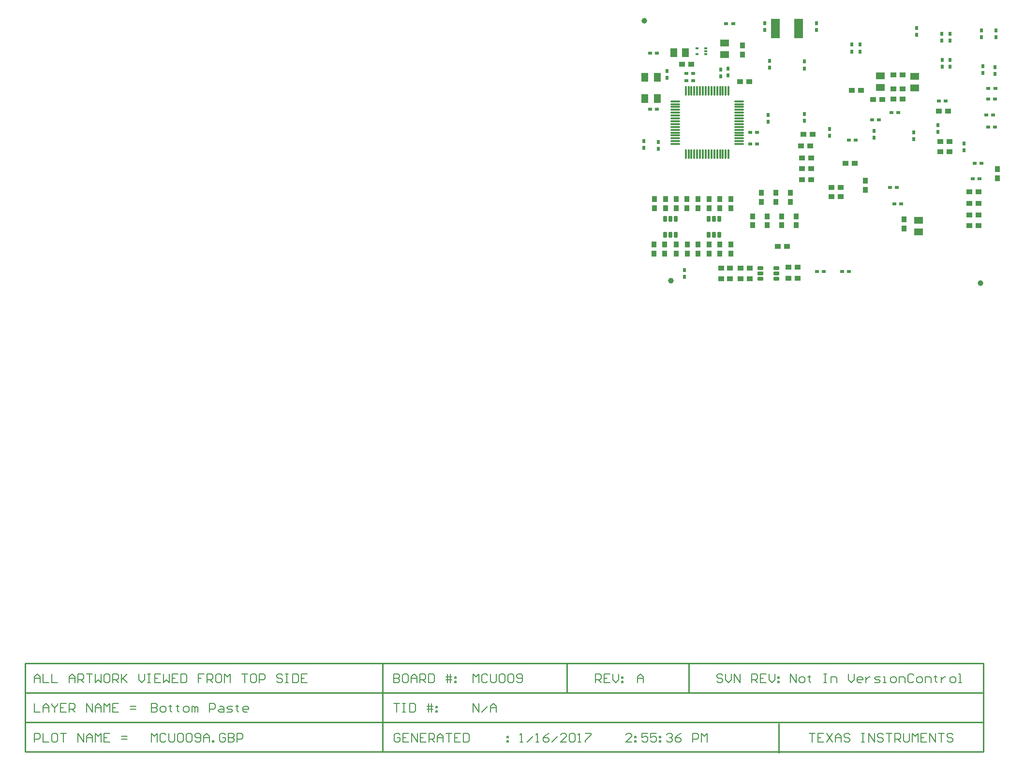
<source format=gbp>
G04 Layer_Color=128*
%FSAX25Y25*%
%MOIN*%
G70*
G01*
G75*
%ADD24C,0.03937*%
G04:AMPARAMS|DCode=25|XSize=23.62mil|YSize=39.37mil|CornerRadius=2.01mil|HoleSize=0mil|Usage=FLASHONLY|Rotation=0.000|XOffset=0mil|YOffset=0mil|HoleType=Round|Shape=RoundedRectangle|*
%AMROUNDEDRECTD25*
21,1,0.02362,0.03535,0,0,0.0*
21,1,0.01961,0.03937,0,0,0.0*
1,1,0.00402,0.00980,-0.01768*
1,1,0.00402,-0.00980,-0.01768*
1,1,0.00402,-0.00980,0.01768*
1,1,0.00402,0.00980,0.01768*
%
%ADD25ROUNDEDRECTD25*%
%ADD29R,0.03150X0.02362*%
%ADD30R,0.03740X0.03937*%
%ADD31R,0.02362X0.03150*%
%ADD32R,0.03937X0.03740*%
%ADD34R,0.05000X0.06300*%
%ADD35R,0.06300X0.05000*%
%ADD39C,0.01000*%
%ADD40C,0.00800*%
%ADD57O,0.07087X0.01181*%
%ADD58O,0.01181X0.07087*%
%ADD59R,0.04921X0.06299*%
%ADD60R,0.01969X0.01181*%
%ADD61R,0.06299X0.13386*%
G04:AMPARAMS|DCode=62|XSize=23.62mil|YSize=39.37mil|CornerRadius=2.01mil|HoleSize=0mil|Usage=FLASHONLY|Rotation=90.000|XOffset=0mil|YOffset=0mil|HoleType=Round|Shape=RoundedRectangle|*
%AMROUNDEDRECTD62*
21,1,0.02362,0.03535,0,0,90.0*
21,1,0.01961,0.03937,0,0,90.0*
1,1,0.00402,0.01768,0.00980*
1,1,0.00402,0.01768,-0.00980*
1,1,0.00402,-0.01768,-0.00980*
1,1,0.00402,-0.01768,0.00980*
%
%ADD62ROUNDEDRECTD62*%
G54D24*
X0466700Y0544400D02*
D03*
X0698390Y0363660D02*
D03*
X0484890Y0365160D02*
D03*
G54D25*
X0480960Y0407813D02*
D03*
X0484700D02*
D03*
X0488440D02*
D03*
Y0396987D02*
D03*
X0484700D02*
D03*
X0480960D02*
D03*
X0518440Y0396987D02*
D03*
X0514700D02*
D03*
X0510960D02*
D03*
Y0407813D02*
D03*
X0514700D02*
D03*
X0518440D02*
D03*
G54D29*
X0590252Y0371660D02*
D03*
X0585528D02*
D03*
X0603028D02*
D03*
X0607752D02*
D03*
X0636028Y0429560D02*
D03*
X0640752D02*
D03*
X0475252Y0483660D02*
D03*
X0470528D02*
D03*
X0495547Y0508144D02*
D03*
X0500272D02*
D03*
X0607528Y0462360D02*
D03*
X0612252D02*
D03*
X0643842Y0418159D02*
D03*
X0639117D02*
D03*
X0623528Y0476160D02*
D03*
X0628252D02*
D03*
X0641752Y0481160D02*
D03*
X0637028D02*
D03*
X0669528Y0489160D02*
D03*
X0674252D02*
D03*
X0693028Y0435660D02*
D03*
X0697752D02*
D03*
X0708252Y0490660D02*
D03*
X0703528D02*
D03*
X0702338Y0479400D02*
D03*
X0707062D02*
D03*
X0527899Y0542451D02*
D03*
X0523175D02*
D03*
X0539528Y0467660D02*
D03*
X0544252D02*
D03*
X0539547Y0459644D02*
D03*
X0544272D02*
D03*
X0470547Y0522144D02*
D03*
X0475272D02*
D03*
X0495547Y0503144D02*
D03*
X0500272D02*
D03*
X0708252Y0471160D02*
D03*
X0703528D02*
D03*
X0703838Y0497900D02*
D03*
X0708562D02*
D03*
X0694228Y0446160D02*
D03*
X0698952D02*
D03*
G54D30*
X0541200Y0409709D02*
D03*
Y0403410D02*
D03*
X0547390Y0419511D02*
D03*
Y0425810D02*
D03*
X0551200Y0409709D02*
D03*
Y0403410D02*
D03*
X0557390Y0419511D02*
D03*
Y0425810D02*
D03*
X0561390Y0409709D02*
D03*
Y0403410D02*
D03*
X0567390Y0419511D02*
D03*
Y0425810D02*
D03*
X0571390Y0409709D02*
D03*
Y0403410D02*
D03*
X0473700Y0415250D02*
D03*
Y0421550D02*
D03*
X0495890Y0415361D02*
D03*
Y0421660D02*
D03*
X0496200Y0390050D02*
D03*
Y0383750D02*
D03*
X0473200Y0390050D02*
D03*
Y0383750D02*
D03*
X0526200Y0383750D02*
D03*
Y0390050D02*
D03*
X0503700Y0383750D02*
D03*
Y0390050D02*
D03*
Y0421550D02*
D03*
Y0415250D02*
D03*
X0526200Y0421550D02*
D03*
Y0415250D02*
D03*
X0518700Y0390050D02*
D03*
Y0383750D02*
D03*
X0511200Y0390050D02*
D03*
Y0383750D02*
D03*
Y0415250D02*
D03*
Y0421550D02*
D03*
X0518700Y0415250D02*
D03*
Y0421550D02*
D03*
X0481200Y0421549D02*
D03*
Y0415250D02*
D03*
X0488700Y0421550D02*
D03*
Y0415250D02*
D03*
X0488700Y0383750D02*
D03*
Y0390050D02*
D03*
X0480700Y0383751D02*
D03*
Y0390050D02*
D03*
X0645700Y0401250D02*
D03*
Y0407550D02*
D03*
X0534444Y0527574D02*
D03*
Y0521275D02*
D03*
X0618890Y0428010D02*
D03*
Y0434310D02*
D03*
X0709890Y0442310D02*
D03*
Y0436011D02*
D03*
G54D31*
X0576890Y0516384D02*
D03*
Y0511660D02*
D03*
X0494410Y0367963D02*
D03*
Y0372688D02*
D03*
X0624890Y0463798D02*
D03*
Y0468522D02*
D03*
X0668890Y0472522D02*
D03*
Y0467798D02*
D03*
X0594390Y0465298D02*
D03*
Y0470022D02*
D03*
X0482390Y0510022D02*
D03*
Y0505298D02*
D03*
X0549578Y0538134D02*
D03*
Y0542858D02*
D03*
X0652390Y0462798D02*
D03*
Y0467522D02*
D03*
X0585390Y0543022D02*
D03*
Y0538298D02*
D03*
X0552989Y0512062D02*
D03*
Y0516786D02*
D03*
X0552089Y0479486D02*
D03*
Y0474762D02*
D03*
X0577012Y0475384D02*
D03*
Y0480109D02*
D03*
X0686890Y0455298D02*
D03*
Y0460022D02*
D03*
X0654390Y0534898D02*
D03*
Y0539622D02*
D03*
X0699024Y0533246D02*
D03*
Y0537970D02*
D03*
X0708898Y0533297D02*
D03*
Y0538021D02*
D03*
X0466410Y0461506D02*
D03*
Y0456782D02*
D03*
X0476410Y0461006D02*
D03*
Y0456282D02*
D03*
X0519390Y0511022D02*
D03*
Y0506298D02*
D03*
X0609700Y0523338D02*
D03*
Y0528062D02*
D03*
X0615200Y0523338D02*
D03*
Y0528062D02*
D03*
X0671700Y0530738D02*
D03*
Y0535462D02*
D03*
X0677200D02*
D03*
Y0530738D02*
D03*
X0671890Y0512936D02*
D03*
Y0517660D02*
D03*
X0677390D02*
D03*
Y0512936D02*
D03*
X0524390Y0506798D02*
D03*
Y0511522D02*
D03*
X0708390Y0507936D02*
D03*
Y0512660D02*
D03*
X0699890Y0508436D02*
D03*
Y0513160D02*
D03*
G54D32*
X0630540Y0490160D02*
D03*
X0624240D02*
D03*
X0644540Y0507160D02*
D03*
X0638240D02*
D03*
X0644689Y0490660D02*
D03*
X0638390D02*
D03*
X0644540Y0497660D02*
D03*
X0638240D02*
D03*
X0566050Y0366900D02*
D03*
X0572350D02*
D03*
X0519550Y0366400D02*
D03*
X0525849D02*
D03*
X0519550Y0373900D02*
D03*
X0525849D02*
D03*
X0595740Y0423160D02*
D03*
X0602040D02*
D03*
X0595740Y0429660D02*
D03*
X0602039D02*
D03*
X0572349Y0374400D02*
D03*
X0566050D02*
D03*
X0533050Y0366400D02*
D03*
X0539350D02*
D03*
X0533050Y0373900D02*
D03*
X0539350D02*
D03*
X0697040Y0426660D02*
D03*
X0690740D02*
D03*
X0697040Y0418660D02*
D03*
X0690740D02*
D03*
X0697040Y0410660D02*
D03*
X0690740D02*
D03*
X0697040Y0403160D02*
D03*
X0690740D02*
D03*
X0532740Y0502660D02*
D03*
X0539040D02*
D03*
X0582540Y0466160D02*
D03*
X0576240D02*
D03*
X0581040Y0458160D02*
D03*
X0574740D02*
D03*
X0605240Y0446160D02*
D03*
X0611540D02*
D03*
X0492760Y0514644D02*
D03*
X0499059D02*
D03*
X0670740Y0454160D02*
D03*
X0677040D02*
D03*
X0676040Y0482160D02*
D03*
X0669740D02*
D03*
X0581750Y0449900D02*
D03*
X0575450D02*
D03*
X0581650Y0434900D02*
D03*
X0575350D02*
D03*
X0581650Y0442400D02*
D03*
X0575350D02*
D03*
X0565040Y0388960D02*
D03*
X0558740D02*
D03*
X0609740Y0496660D02*
D03*
X0616040D02*
D03*
X0670740Y0461160D02*
D03*
X0677040D02*
D03*
G54D34*
X0494910Y0522644D02*
D03*
X0486910D02*
D03*
G54D35*
X0629390Y0506660D02*
D03*
Y0498660D02*
D03*
X0652890Y0498160D02*
D03*
Y0506160D02*
D03*
X0655700Y0398900D02*
D03*
Y0406900D02*
D03*
X0522147Y0521189D02*
D03*
Y0529189D02*
D03*
G54D39*
X0497200Y0080717D02*
Y0101050D01*
X0413200Y0080717D02*
Y0101050D01*
X0040000Y0080717D02*
X0700200D01*
X0040000Y0060383D02*
X0700000D01*
X0040000Y0040050D02*
X0440500D01*
X0040050Y0101050D02*
X0700200D01*
X0040050Y0040050D02*
Y0101050D01*
Y0040050D02*
X0197600D01*
X0040000D02*
Y0101050D01*
X0286500Y0040050D02*
Y0101050D01*
X0700200Y0040050D02*
Y0101050D01*
X0440500Y0040050D02*
X0700200D01*
X0559400Y0039400D02*
Y0059683D01*
G54D40*
X0126900Y0073549D02*
Y0067551D01*
X0129899D01*
X0130899Y0068550D01*
Y0069550D01*
X0129899Y0070550D01*
X0126900D01*
X0129899D01*
X0130899Y0071549D01*
Y0072549D01*
X0129899Y0073549D01*
X0126900D01*
X0133898Y0067551D02*
X0135897D01*
X0136897Y0068550D01*
Y0070550D01*
X0135897Y0071549D01*
X0133898D01*
X0132898Y0070550D01*
Y0068550D01*
X0133898Y0067551D01*
X0139896Y0072549D02*
Y0071549D01*
X0138896D01*
X0140895D01*
X0139896D01*
Y0068550D01*
X0140895Y0067551D01*
X0144894Y0072549D02*
Y0071549D01*
X0143895D01*
X0145894D01*
X0144894D01*
Y0068550D01*
X0145894Y0067551D01*
X0149893D02*
X0151892D01*
X0152892Y0068550D01*
Y0070550D01*
X0151892Y0071549D01*
X0149893D01*
X0148893Y0070550D01*
Y0068550D01*
X0149893Y0067551D01*
X0154891D02*
Y0071549D01*
X0155891D01*
X0156890Y0070550D01*
Y0067551D01*
Y0070550D01*
X0157890Y0071549D01*
X0158890Y0070550D01*
Y0067551D01*
X0166887D02*
Y0073549D01*
X0169886D01*
X0170886Y0072549D01*
Y0070550D01*
X0169886Y0069550D01*
X0166887D01*
X0173885Y0071549D02*
X0175884D01*
X0176884Y0070550D01*
Y0067551D01*
X0173885D01*
X0172885Y0068550D01*
X0173885Y0069550D01*
X0176884D01*
X0178883Y0067551D02*
X0181882D01*
X0182882Y0068550D01*
X0181882Y0069550D01*
X0179883D01*
X0178883Y0070550D01*
X0179883Y0071549D01*
X0182882D01*
X0185881Y0072549D02*
Y0071549D01*
X0184881D01*
X0186881D01*
X0185881D01*
Y0068550D01*
X0186881Y0067551D01*
X0192879D02*
X0190879D01*
X0189880Y0068550D01*
Y0070550D01*
X0190879Y0071549D01*
X0192879D01*
X0193878Y0070550D01*
Y0069550D01*
X0189880D01*
X0567400Y0087833D02*
Y0093831D01*
X0571399Y0087833D01*
Y0093831D01*
X0574398Y0087833D02*
X0576397D01*
X0577397Y0088833D01*
Y0090832D01*
X0576397Y0091832D01*
X0574398D01*
X0573398Y0090832D01*
Y0088833D01*
X0574398Y0087833D01*
X0580396Y0092832D02*
Y0091832D01*
X0579396D01*
X0581395D01*
X0580396D01*
Y0088833D01*
X0581395Y0087833D01*
X0590393Y0093831D02*
X0592392D01*
X0591392D01*
Y0087833D01*
X0590393D01*
X0592392D01*
X0595391D02*
Y0091832D01*
X0598390D01*
X0599390Y0090832D01*
Y0087833D01*
X0607387Y0093831D02*
Y0089833D01*
X0609386Y0087833D01*
X0611386Y0089833D01*
Y0093831D01*
X0616384Y0087833D02*
X0614385D01*
X0613385Y0088833D01*
Y0090832D01*
X0614385Y0091832D01*
X0616384D01*
X0617384Y0090832D01*
Y0089833D01*
X0613385D01*
X0619383Y0091832D02*
Y0087833D01*
Y0089833D01*
X0620383Y0090832D01*
X0621383Y0091832D01*
X0622382D01*
X0625381Y0087833D02*
X0628380D01*
X0629380Y0088833D01*
X0628380Y0089833D01*
X0626381D01*
X0625381Y0090832D01*
X0626381Y0091832D01*
X0629380D01*
X0631379Y0087833D02*
X0633379D01*
X0632379D01*
Y0091832D01*
X0631379D01*
X0637377Y0087833D02*
X0639377D01*
X0640376Y0088833D01*
Y0090832D01*
X0639377Y0091832D01*
X0637377D01*
X0636378Y0090832D01*
Y0088833D01*
X0637377Y0087833D01*
X0642376D02*
Y0091832D01*
X0645375D01*
X0646374Y0090832D01*
Y0087833D01*
X0652373Y0092832D02*
X0651373Y0093831D01*
X0649373D01*
X0648374Y0092832D01*
Y0088833D01*
X0649373Y0087833D01*
X0651373D01*
X0652373Y0088833D01*
X0655372Y0087833D02*
X0657371D01*
X0658371Y0088833D01*
Y0090832D01*
X0657371Y0091832D01*
X0655372D01*
X0654372Y0090832D01*
Y0088833D01*
X0655372Y0087833D01*
X0660370D02*
Y0091832D01*
X0663369D01*
X0664369Y0090832D01*
Y0087833D01*
X0667368Y0092832D02*
Y0091832D01*
X0666368D01*
X0668367D01*
X0667368D01*
Y0088833D01*
X0668367Y0087833D01*
X0671366Y0091832D02*
Y0087833D01*
Y0089833D01*
X0672366Y0090832D01*
X0673366Y0091832D01*
X0674365D01*
X0678364Y0087833D02*
X0680364D01*
X0681363Y0088833D01*
Y0090832D01*
X0680364Y0091832D01*
X0678364D01*
X0677364Y0090832D01*
Y0088833D01*
X0678364Y0087833D01*
X0683362D02*
X0685362D01*
X0684362D01*
Y0093831D01*
X0683362D01*
X0520799Y0092832D02*
X0519799Y0093831D01*
X0517800D01*
X0516800Y0092832D01*
Y0091832D01*
X0517800Y0090832D01*
X0519799D01*
X0520799Y0089833D01*
Y0088833D01*
X0519799Y0087833D01*
X0517800D01*
X0516800Y0088833D01*
X0522798Y0093831D02*
Y0089833D01*
X0524797Y0087833D01*
X0526797Y0089833D01*
Y0093831D01*
X0528796Y0087833D02*
Y0093831D01*
X0532795Y0087833D01*
Y0093831D01*
X0540792Y0087833D02*
Y0093831D01*
X0543791D01*
X0544791Y0092832D01*
Y0090832D01*
X0543791Y0089833D01*
X0540792D01*
X0542792D02*
X0544791Y0087833D01*
X0550789Y0093831D02*
X0546790D01*
Y0087833D01*
X0550789D01*
X0546790Y0090832D02*
X0548790D01*
X0552788Y0093831D02*
Y0089833D01*
X0554788Y0087833D01*
X0556787Y0089833D01*
Y0093831D01*
X0558786Y0091832D02*
X0559786D01*
Y0090832D01*
X0558786D01*
Y0091832D01*
Y0088833D02*
X0559786D01*
Y0087833D01*
X0558786D01*
Y0088833D01*
X0433000Y0087833D02*
Y0093831D01*
X0435999D01*
X0436999Y0092832D01*
Y0090832D01*
X0435999Y0089833D01*
X0433000D01*
X0434999D02*
X0436999Y0087833D01*
X0442997Y0093831D02*
X0438998D01*
Y0087833D01*
X0442997D01*
X0438998Y0090832D02*
X0440997D01*
X0444996Y0093831D02*
Y0089833D01*
X0446995Y0087833D01*
X0448995Y0089833D01*
Y0093831D01*
X0450994Y0091832D02*
X0451994D01*
Y0090832D01*
X0450994D01*
Y0091832D01*
Y0088833D02*
X0451994D01*
Y0087833D01*
X0450994D01*
Y0088833D01*
X0126900Y0046966D02*
Y0052965D01*
X0128899Y0050965D01*
X0130899Y0052965D01*
Y0046966D01*
X0136897Y0051965D02*
X0135897Y0052965D01*
X0133898D01*
X0132898Y0051965D01*
Y0047966D01*
X0133898Y0046966D01*
X0135897D01*
X0136897Y0047966D01*
X0138896Y0052965D02*
Y0047966D01*
X0139896Y0046966D01*
X0141895D01*
X0142895Y0047966D01*
Y0052965D01*
X0144894Y0051965D02*
X0145894Y0052965D01*
X0147893D01*
X0148893Y0051965D01*
Y0047966D01*
X0147893Y0046966D01*
X0145894D01*
X0144894Y0047966D01*
Y0051965D01*
X0150892D02*
X0151892Y0052965D01*
X0153891D01*
X0154891Y0051965D01*
Y0047966D01*
X0153891Y0046966D01*
X0151892D01*
X0150892Y0047966D01*
Y0051965D01*
X0156890Y0047966D02*
X0157890Y0046966D01*
X0159889D01*
X0160889Y0047966D01*
Y0051965D01*
X0159889Y0052965D01*
X0157890D01*
X0156890Y0051965D01*
Y0050965D01*
X0157890Y0049966D01*
X0160889D01*
X0162888Y0046966D02*
Y0050965D01*
X0164888Y0052965D01*
X0166887Y0050965D01*
Y0046966D01*
Y0049966D01*
X0162888D01*
X0168886Y0046966D02*
Y0047966D01*
X0169886D01*
Y0046966D01*
X0168886D01*
X0177884Y0051965D02*
X0176884Y0052965D01*
X0174884D01*
X0173885Y0051965D01*
Y0047966D01*
X0174884Y0046966D01*
X0176884D01*
X0177884Y0047966D01*
Y0049966D01*
X0175884D01*
X0179883Y0052965D02*
Y0046966D01*
X0182882D01*
X0183882Y0047966D01*
Y0048966D01*
X0182882Y0049966D01*
X0179883D01*
X0182882D01*
X0183882Y0050965D01*
Y0051965D01*
X0182882Y0052965D01*
X0179883D01*
X0185881Y0046966D02*
Y0052965D01*
X0188880D01*
X0189880Y0051965D01*
Y0049966D01*
X0188880Y0048966D01*
X0185881D01*
X0381150Y0046966D02*
X0383149D01*
X0382150D01*
Y0052965D01*
X0381150Y0051965D01*
X0386148Y0046966D02*
X0390147Y0050965D01*
X0392146Y0046966D02*
X0394146D01*
X0393146D01*
Y0052965D01*
X0392146Y0051965D01*
X0401144Y0052965D02*
X0399144Y0051965D01*
X0397145Y0049966D01*
Y0047966D01*
X0398145Y0046966D01*
X0400144D01*
X0401144Y0047966D01*
Y0048966D01*
X0400144Y0049966D01*
X0397145D01*
X0403143Y0046966D02*
X0407142Y0050965D01*
X0413140Y0046966D02*
X0409141D01*
X0413140Y0050965D01*
Y0051965D01*
X0412140Y0052965D01*
X0410141D01*
X0409141Y0051965D01*
X0415139D02*
X0416139Y0052965D01*
X0418138D01*
X0419138Y0051965D01*
Y0047966D01*
X0418138Y0046966D01*
X0416139D01*
X0415139Y0047966D01*
Y0051965D01*
X0421137Y0046966D02*
X0423136D01*
X0422137D01*
Y0052965D01*
X0421137Y0051965D01*
X0426135Y0052965D02*
X0430134D01*
Y0051965D01*
X0426135Y0047966D01*
Y0046966D01*
X0298199Y0051965D02*
X0297199Y0052965D01*
X0295200D01*
X0294200Y0051965D01*
Y0047966D01*
X0295200Y0046966D01*
X0297199D01*
X0298199Y0047966D01*
Y0049966D01*
X0296199D01*
X0304197Y0052965D02*
X0300198D01*
Y0046966D01*
X0304197D01*
X0300198Y0049966D02*
X0302197D01*
X0306196Y0046966D02*
Y0052965D01*
X0310195Y0046966D01*
Y0052965D01*
X0316193D02*
X0312194D01*
Y0046966D01*
X0316193D01*
X0312194Y0049966D02*
X0314194D01*
X0318192Y0046966D02*
Y0052965D01*
X0321191D01*
X0322191Y0051965D01*
Y0049966D01*
X0321191Y0048966D01*
X0318192D01*
X0320192D02*
X0322191Y0046966D01*
X0324190D02*
Y0050965D01*
X0326190Y0052965D01*
X0328189Y0050965D01*
Y0046966D01*
Y0049966D01*
X0324190D01*
X0330188Y0052965D02*
X0334187D01*
X0332188D01*
Y0046966D01*
X0340185Y0052965D02*
X0336186D01*
Y0046966D01*
X0340185D01*
X0336186Y0049966D02*
X0338186D01*
X0342184Y0052965D02*
Y0046966D01*
X0345183D01*
X0346183Y0047966D01*
Y0051965D01*
X0345183Y0052965D01*
X0342184D01*
X0372175Y0050965D02*
X0373175D01*
Y0049966D01*
X0372175D01*
Y0050965D01*
Y0047966D02*
X0373175D01*
Y0046966D01*
X0372175D01*
Y0047966D01*
X0046350Y0087833D02*
Y0091832D01*
X0048349Y0093831D01*
X0050349Y0091832D01*
Y0087833D01*
Y0090832D01*
X0046350D01*
X0052348Y0093831D02*
Y0087833D01*
X0056347D01*
X0058346Y0093831D02*
Y0087833D01*
X0062345D01*
X0070342D02*
Y0091832D01*
X0072342Y0093831D01*
X0074341Y0091832D01*
Y0087833D01*
Y0090832D01*
X0070342D01*
X0076340Y0087833D02*
Y0093831D01*
X0079339D01*
X0080339Y0092832D01*
Y0090832D01*
X0079339Y0089833D01*
X0076340D01*
X0078340D02*
X0080339Y0087833D01*
X0082338Y0093831D02*
X0086337D01*
X0084338D01*
Y0087833D01*
X0088336Y0093831D02*
Y0087833D01*
X0090336Y0089833D01*
X0092335Y0087833D01*
Y0093831D01*
X0097334D02*
X0095334D01*
X0094335Y0092832D01*
Y0088833D01*
X0095334Y0087833D01*
X0097334D01*
X0098333Y0088833D01*
Y0092832D01*
X0097334Y0093831D01*
X0100332Y0087833D02*
Y0093831D01*
X0103332D01*
X0104331Y0092832D01*
Y0090832D01*
X0103332Y0089833D01*
X0100332D01*
X0102332D02*
X0104331Y0087833D01*
X0106331Y0093831D02*
Y0087833D01*
Y0089833D01*
X0110329Y0093831D01*
X0107330Y0090832D01*
X0110329Y0087833D01*
X0118327Y0093831D02*
Y0089833D01*
X0120326Y0087833D01*
X0122325Y0089833D01*
Y0093831D01*
X0124325D02*
X0126324D01*
X0125324D01*
Y0087833D01*
X0124325D01*
X0126324D01*
X0133322Y0093831D02*
X0129323D01*
Y0087833D01*
X0133322D01*
X0129323Y0090832D02*
X0131323D01*
X0135321Y0093831D02*
Y0087833D01*
X0137321Y0089833D01*
X0139320Y0087833D01*
Y0093831D01*
X0145318D02*
X0141319D01*
Y0087833D01*
X0145318D01*
X0141319Y0090832D02*
X0143319D01*
X0147317Y0093831D02*
Y0087833D01*
X0150316D01*
X0151316Y0088833D01*
Y0092832D01*
X0150316Y0093831D01*
X0147317D01*
X0163312D02*
X0159313D01*
Y0090832D01*
X0161313D01*
X0159313D01*
Y0087833D01*
X0165312D02*
Y0093831D01*
X0168310D01*
X0169310Y0092832D01*
Y0090832D01*
X0168310Y0089833D01*
X0165312D01*
X0167311D02*
X0169310Y0087833D01*
X0174309Y0093831D02*
X0172309D01*
X0171310Y0092832D01*
Y0088833D01*
X0172309Y0087833D01*
X0174309D01*
X0175308Y0088833D01*
Y0092832D01*
X0174309Y0093831D01*
X0177308Y0087833D02*
Y0093831D01*
X0179307Y0091832D01*
X0181306Y0093831D01*
Y0087833D01*
X0189304Y0093831D02*
X0193303D01*
X0191303D01*
Y0087833D01*
X0198301Y0093831D02*
X0196301D01*
X0195302Y0092832D01*
Y0088833D01*
X0196301Y0087833D01*
X0198301D01*
X0199301Y0088833D01*
Y0092832D01*
X0198301Y0093831D01*
X0201300Y0087833D02*
Y0093831D01*
X0204299D01*
X0205299Y0092832D01*
Y0090832D01*
X0204299Y0089833D01*
X0201300D01*
X0217295Y0092832D02*
X0216295Y0093831D01*
X0214296D01*
X0213296Y0092832D01*
Y0091832D01*
X0214296Y0090832D01*
X0216295D01*
X0217295Y0089833D01*
Y0088833D01*
X0216295Y0087833D01*
X0214296D01*
X0213296Y0088833D01*
X0219294Y0093831D02*
X0221293D01*
X0220294D01*
Y0087833D01*
X0219294D01*
X0221293D01*
X0224292Y0093831D02*
Y0087833D01*
X0227291D01*
X0228291Y0088833D01*
Y0092832D01*
X0227291Y0093831D01*
X0224292D01*
X0234289D02*
X0230291D01*
Y0087833D01*
X0234289D01*
X0230291Y0090832D02*
X0232290D01*
X0462150Y0087833D02*
Y0091832D01*
X0464149Y0093831D01*
X0466149Y0091832D01*
Y0087833D01*
Y0090832D01*
X0462150D01*
X0348550Y0087833D02*
Y0093831D01*
X0350549Y0091832D01*
X0352549Y0093831D01*
Y0087833D01*
X0358547Y0092832D02*
X0357547Y0093831D01*
X0355548D01*
X0354548Y0092832D01*
Y0088833D01*
X0355548Y0087833D01*
X0357547D01*
X0358547Y0088833D01*
X0360546Y0093831D02*
Y0088833D01*
X0361546Y0087833D01*
X0363545D01*
X0364545Y0088833D01*
Y0093831D01*
X0366544Y0092832D02*
X0367544Y0093831D01*
X0369543D01*
X0370543Y0092832D01*
Y0088833D01*
X0369543Y0087833D01*
X0367544D01*
X0366544Y0088833D01*
Y0092832D01*
X0372542D02*
X0373542Y0093831D01*
X0375541D01*
X0376541Y0092832D01*
Y0088833D01*
X0375541Y0087833D01*
X0373542D01*
X0372542Y0088833D01*
Y0092832D01*
X0378540Y0088833D02*
X0379540Y0087833D01*
X0381539D01*
X0382539Y0088833D01*
Y0092832D01*
X0381539Y0093831D01*
X0379540D01*
X0378540Y0092832D01*
Y0091832D01*
X0379540Y0090832D01*
X0382539D01*
X0294000Y0093831D02*
Y0087833D01*
X0296999D01*
X0297999Y0088833D01*
Y0089833D01*
X0296999Y0090832D01*
X0294000D01*
X0296999D01*
X0297999Y0091832D01*
Y0092832D01*
X0296999Y0093831D01*
X0294000D01*
X0302997D02*
X0300998D01*
X0299998Y0092832D01*
Y0088833D01*
X0300998Y0087833D01*
X0302997D01*
X0303997Y0088833D01*
Y0092832D01*
X0302997Y0093831D01*
X0305996Y0087833D02*
Y0091832D01*
X0307996Y0093831D01*
X0309995Y0091832D01*
Y0087833D01*
Y0090832D01*
X0305996D01*
X0311994Y0087833D02*
Y0093831D01*
X0314993D01*
X0315993Y0092832D01*
Y0090832D01*
X0314993Y0089833D01*
X0311994D01*
X0313994D02*
X0315993Y0087833D01*
X0317992Y0093831D02*
Y0087833D01*
X0320991D01*
X0321991Y0088833D01*
Y0092832D01*
X0320991Y0093831D01*
X0317992D01*
X0330988Y0087833D02*
Y0093831D01*
X0332987D02*
Y0087833D01*
X0329988Y0091832D02*
X0332987D01*
X0333987D01*
X0329988Y0089833D02*
X0333987D01*
X0335986Y0091832D02*
X0336986D01*
Y0090832D01*
X0335986D01*
Y0091832D01*
Y0088833D02*
X0336986D01*
Y0087833D01*
X0335986D01*
Y0088833D01*
X0046350Y0073549D02*
Y0067551D01*
X0050349D01*
X0052348D02*
Y0071549D01*
X0054347Y0073549D01*
X0056347Y0071549D01*
Y0067551D01*
Y0070550D01*
X0052348D01*
X0058346Y0073549D02*
Y0072549D01*
X0060346Y0070550D01*
X0062345Y0072549D01*
Y0073549D01*
X0060346Y0070550D02*
Y0067551D01*
X0068343Y0073549D02*
X0064344D01*
Y0067551D01*
X0068343D01*
X0064344Y0070550D02*
X0066343D01*
X0070342Y0067551D02*
Y0073549D01*
X0073341D01*
X0074341Y0072549D01*
Y0070550D01*
X0073341Y0069550D01*
X0070342D01*
X0072342D02*
X0074341Y0067551D01*
X0082338D02*
Y0073549D01*
X0086337Y0067551D01*
Y0073549D01*
X0088336Y0067551D02*
Y0071549D01*
X0090336Y0073549D01*
X0092335Y0071549D01*
Y0067551D01*
Y0070550D01*
X0088336D01*
X0094335Y0067551D02*
Y0073549D01*
X0096334Y0071549D01*
X0098333Y0073549D01*
Y0067551D01*
X0104331Y0073549D02*
X0100332D01*
Y0067551D01*
X0104331D01*
X0100332Y0070550D02*
X0102332D01*
X0112329Y0069550D02*
X0116327D01*
X0112329Y0071549D02*
X0116327D01*
X0046350Y0046966D02*
Y0052965D01*
X0049349D01*
X0050349Y0051965D01*
Y0049966D01*
X0049349Y0048966D01*
X0046350D01*
X0052348Y0052965D02*
Y0046966D01*
X0056347D01*
X0061345Y0052965D02*
X0059346D01*
X0058346Y0051965D01*
Y0047966D01*
X0059346Y0046966D01*
X0061345D01*
X0062345Y0047966D01*
Y0051965D01*
X0061345Y0052965D01*
X0064344D02*
X0068343D01*
X0066343D01*
Y0046966D01*
X0076340D02*
Y0052965D01*
X0080339Y0046966D01*
Y0052965D01*
X0082338Y0046966D02*
Y0050965D01*
X0084338Y0052965D01*
X0086337Y0050965D01*
Y0046966D01*
Y0049966D01*
X0082338D01*
X0088336Y0046966D02*
Y0052965D01*
X0090336Y0050965D01*
X0092335Y0052965D01*
Y0046966D01*
X0098333Y0052965D02*
X0094335D01*
Y0046966D01*
X0098333D01*
X0094335Y0049966D02*
X0096334D01*
X0106331Y0048966D02*
X0110329D01*
X0106331Y0050965D02*
X0110329D01*
X0458049Y0046966D02*
X0454050D01*
X0458049Y0050965D01*
Y0051965D01*
X0457049Y0052965D01*
X0455050D01*
X0454050Y0051965D01*
X0460048Y0050965D02*
X0461048D01*
Y0049966D01*
X0460048D01*
Y0050965D01*
Y0047966D02*
X0461048D01*
Y0046966D01*
X0460048D01*
Y0047966D01*
X0469045Y0052965D02*
X0465046D01*
Y0049966D01*
X0467046Y0050965D01*
X0468046D01*
X0469045Y0049966D01*
Y0047966D01*
X0468046Y0046966D01*
X0466046D01*
X0465046Y0047966D01*
X0475043Y0052965D02*
X0471044D01*
Y0049966D01*
X0473044Y0050965D01*
X0474044D01*
X0475043Y0049966D01*
Y0047966D01*
X0474044Y0046966D01*
X0472044D01*
X0471044Y0047966D01*
X0477043Y0050965D02*
X0478042D01*
Y0049966D01*
X0477043D01*
Y0050965D01*
Y0047966D02*
X0478042D01*
Y0046966D01*
X0477043D01*
Y0047966D01*
X0482041Y0051965D02*
X0483041Y0052965D01*
X0485040D01*
X0486040Y0051965D01*
Y0050965D01*
X0485040Y0049966D01*
X0484040D01*
X0485040D01*
X0486040Y0048966D01*
Y0047966D01*
X0485040Y0046966D01*
X0483041D01*
X0482041Y0047966D01*
X0492038Y0052965D02*
X0490038Y0051965D01*
X0488039Y0049966D01*
Y0047966D01*
X0489039Y0046966D01*
X0491038D01*
X0492038Y0047966D01*
Y0048966D01*
X0491038Y0049966D01*
X0488039D01*
X0500035Y0046966D02*
Y0052965D01*
X0503034D01*
X0504034Y0051965D01*
Y0049966D01*
X0503034Y0048966D01*
X0500035D01*
X0506033Y0046966D02*
Y0052965D01*
X0508033Y0050965D01*
X0510032Y0052965D01*
Y0046966D01*
X0580500Y0052965D02*
X0584499D01*
X0582499D01*
Y0046966D01*
X0590497Y0052965D02*
X0586498D01*
Y0046966D01*
X0590497D01*
X0586498Y0049966D02*
X0588497D01*
X0592496Y0052965D02*
X0596495Y0046966D01*
Y0052965D02*
X0592496Y0046966D01*
X0598494D02*
Y0050965D01*
X0600493Y0052965D01*
X0602493Y0050965D01*
Y0046966D01*
Y0049966D01*
X0598494D01*
X0608491Y0051965D02*
X0607491Y0052965D01*
X0605492D01*
X0604492Y0051965D01*
Y0050965D01*
X0605492Y0049966D01*
X0607491D01*
X0608491Y0048966D01*
Y0047966D01*
X0607491Y0046966D01*
X0605492D01*
X0604492Y0047966D01*
X0616488Y0052965D02*
X0618488D01*
X0617488D01*
Y0046966D01*
X0616488D01*
X0618488D01*
X0621487D02*
Y0052965D01*
X0625486Y0046966D01*
Y0052965D01*
X0631484Y0051965D02*
X0630484Y0052965D01*
X0628484D01*
X0627485Y0051965D01*
Y0050965D01*
X0628484Y0049966D01*
X0630484D01*
X0631484Y0048966D01*
Y0047966D01*
X0630484Y0046966D01*
X0628484D01*
X0627485Y0047966D01*
X0633483Y0052965D02*
X0637482D01*
X0635482D01*
Y0046966D01*
X0639481D02*
Y0052965D01*
X0642480D01*
X0643480Y0051965D01*
Y0049966D01*
X0642480Y0048966D01*
X0639481D01*
X0641480D02*
X0643480Y0046966D01*
X0645479Y0052965D02*
Y0047966D01*
X0646479Y0046966D01*
X0648478D01*
X0649478Y0047966D01*
Y0052965D01*
X0651477Y0046966D02*
Y0052965D01*
X0653476Y0050965D01*
X0655476Y0052965D01*
Y0046966D01*
X0661474Y0052965D02*
X0657475D01*
Y0046966D01*
X0661474D01*
X0657475Y0049966D02*
X0659474D01*
X0663473Y0046966D02*
Y0052965D01*
X0667472Y0046966D01*
Y0052965D01*
X0669471D02*
X0673470D01*
X0671471D01*
Y0046966D01*
X0679468Y0051965D02*
X0678468Y0052965D01*
X0676469D01*
X0675469Y0051965D01*
Y0050965D01*
X0676469Y0049966D01*
X0678468D01*
X0679468Y0048966D01*
Y0047966D01*
X0678468Y0046966D01*
X0676469D01*
X0675469Y0047966D01*
X0294000Y0073498D02*
X0297999D01*
X0295999D01*
Y0067500D01*
X0299998Y0073498D02*
X0301997D01*
X0300998D01*
Y0067500D01*
X0299998D01*
X0301997D01*
X0304996Y0073498D02*
Y0067500D01*
X0307996D01*
X0308995Y0068500D01*
Y0072498D01*
X0307996Y0073498D01*
X0304996D01*
X0317992Y0067500D02*
Y0073498D01*
X0319992D02*
Y0067500D01*
X0316993Y0071499D02*
X0319992D01*
X0320991D01*
X0316993Y0069499D02*
X0320991D01*
X0322991Y0071499D02*
X0323990D01*
Y0070499D01*
X0322991D01*
Y0071499D01*
Y0068500D02*
X0323990D01*
Y0067500D01*
X0322991D01*
Y0068500D01*
X0348550Y0067500D02*
Y0073498D01*
X0352549Y0067500D01*
Y0073498D01*
X0354548Y0067500D02*
X0358547Y0071499D01*
X0360546Y0067500D02*
Y0071499D01*
X0362545Y0073498D01*
X0364545Y0071499D01*
Y0067500D01*
Y0070499D01*
X0360546D01*
G54D57*
X0488162Y0489010D02*
D03*
Y0487042D02*
D03*
Y0485073D02*
D03*
Y0483105D02*
D03*
Y0481136D02*
D03*
Y0479168D02*
D03*
Y0477199D02*
D03*
Y0475231D02*
D03*
Y0473262D02*
D03*
Y0471294D02*
D03*
Y0469325D02*
D03*
Y0467357D02*
D03*
Y0465388D02*
D03*
Y0463420D02*
D03*
Y0461451D02*
D03*
Y0459483D02*
D03*
X0531862D02*
D03*
Y0461451D02*
D03*
Y0463420D02*
D03*
Y0465388D02*
D03*
Y0467357D02*
D03*
Y0469325D02*
D03*
Y0471294D02*
D03*
Y0473262D02*
D03*
Y0475231D02*
D03*
Y0477199D02*
D03*
Y0479168D02*
D03*
Y0481136D02*
D03*
Y0483105D02*
D03*
Y0485073D02*
D03*
Y0487042D02*
D03*
Y0489010D02*
D03*
G54D58*
X0495248Y0452396D02*
D03*
X0497217D02*
D03*
X0499185D02*
D03*
X0501154D02*
D03*
X0503122D02*
D03*
X0505091D02*
D03*
X0507059D02*
D03*
X0509028D02*
D03*
X0510996D02*
D03*
X0512965D02*
D03*
X0514933D02*
D03*
X0516902D02*
D03*
X0518870D02*
D03*
X0520839D02*
D03*
X0522807D02*
D03*
X0524776D02*
D03*
Y0496097D02*
D03*
X0522807D02*
D03*
X0520839D02*
D03*
X0518870D02*
D03*
X0516902D02*
D03*
X0514933D02*
D03*
X0512965D02*
D03*
X0510996D02*
D03*
X0509028D02*
D03*
X0507059D02*
D03*
X0505091D02*
D03*
X0503122D02*
D03*
X0501154D02*
D03*
X0499185D02*
D03*
X0497217D02*
D03*
X0495248D02*
D03*
G54D59*
X0475740Y0490861D02*
D03*
Y0505428D02*
D03*
X0467079D02*
D03*
Y0490861D02*
D03*
G54D60*
X0502957Y0525613D02*
D03*
Y0521676D02*
D03*
X0508862D02*
D03*
Y0523644D02*
D03*
Y0525613D02*
D03*
G54D61*
X0557138Y0539247D02*
D03*
X0572886D02*
D03*
G54D62*
X0557613Y0373940D02*
D03*
Y0370200D02*
D03*
Y0366460D02*
D03*
X0546787D02*
D03*
Y0370200D02*
D03*
Y0373940D02*
D03*
M02*

</source>
